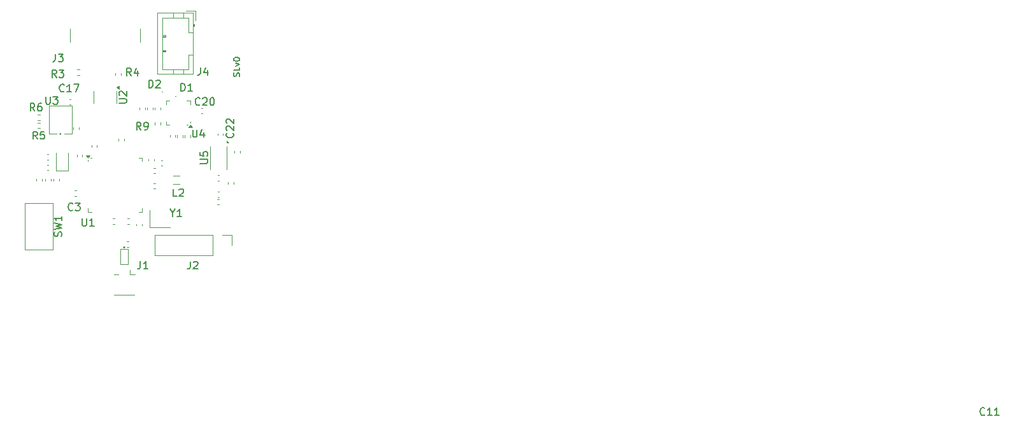
<source format=gbr>
%TF.GenerationSoftware,KiCad,Pcbnew,8.0.4*%
%TF.CreationDate,2024-11-22T16:24:22-05:00*%
%TF.ProjectId,stm32wb_base,73746d33-3277-4625-9f62-6173652e6b69,rev?*%
%TF.SameCoordinates,PX6422c40PY66c2270*%
%TF.FileFunction,Legend,Top*%
%TF.FilePolarity,Positive*%
%FSLAX46Y46*%
G04 Gerber Fmt 4.6, Leading zero omitted, Abs format (unit mm)*
G04 Created by KiCad (PCBNEW 8.0.4) date 2024-11-22 16:24:22*
%MOMM*%
%LPD*%
G01*
G04 APERTURE LIST*
%ADD10C,0.150000*%
%ADD11C,0.120000*%
%ADD12C,0.100000*%
G04 APERTURE END LIST*
D10*
X29206200Y30501065D02*
X29244295Y30615351D01*
X29244295Y30615351D02*
X29244295Y30805827D01*
X29244295Y30805827D02*
X29206200Y30882018D01*
X29206200Y30882018D02*
X29168104Y30920113D01*
X29168104Y30920113D02*
X29091914Y30958208D01*
X29091914Y30958208D02*
X29015723Y30958208D01*
X29015723Y30958208D02*
X28939533Y30920113D01*
X28939533Y30920113D02*
X28901438Y30882018D01*
X28901438Y30882018D02*
X28863342Y30805827D01*
X28863342Y30805827D02*
X28825247Y30653446D01*
X28825247Y30653446D02*
X28787152Y30577256D01*
X28787152Y30577256D02*
X28749057Y30539161D01*
X28749057Y30539161D02*
X28672866Y30501065D01*
X28672866Y30501065D02*
X28596676Y30501065D01*
X28596676Y30501065D02*
X28520485Y30539161D01*
X28520485Y30539161D02*
X28482390Y30577256D01*
X28482390Y30577256D02*
X28444295Y30653446D01*
X28444295Y30653446D02*
X28444295Y30843923D01*
X28444295Y30843923D02*
X28482390Y30958208D01*
X29244295Y31682018D02*
X29244295Y31301066D01*
X29244295Y31301066D02*
X28444295Y31301066D01*
X28710961Y31872494D02*
X29244295Y32062970D01*
X29244295Y32062970D02*
X28710961Y32253447D01*
X28444295Y32710590D02*
X28444295Y32786780D01*
X28444295Y32786780D02*
X28482390Y32862971D01*
X28482390Y32862971D02*
X28520485Y32901066D01*
X28520485Y32901066D02*
X28596676Y32939161D01*
X28596676Y32939161D02*
X28749057Y32977256D01*
X28749057Y32977256D02*
X28939533Y32977256D01*
X28939533Y32977256D02*
X29091914Y32939161D01*
X29091914Y32939161D02*
X29168104Y32901066D01*
X29168104Y32901066D02*
X29206200Y32862971D01*
X29206200Y32862971D02*
X29244295Y32786780D01*
X29244295Y32786780D02*
X29244295Y32710590D01*
X29244295Y32710590D02*
X29206200Y32634399D01*
X29206200Y32634399D02*
X29168104Y32596304D01*
X29168104Y32596304D02*
X29091914Y32558209D01*
X29091914Y32558209D02*
X28939533Y32520113D01*
X28939533Y32520113D02*
X28749057Y32520113D01*
X28749057Y32520113D02*
X28596676Y32558209D01*
X28596676Y32558209D02*
X28520485Y32596304D01*
X28520485Y32596304D02*
X28482390Y32634399D01*
X28482390Y32634399D02*
X28444295Y32710590D01*
X20348809Y12321372D02*
X20348809Y11845181D01*
X20015476Y12845181D02*
X20348809Y12321372D01*
X20348809Y12321372D02*
X20682142Y12845181D01*
X21539285Y11845181D02*
X20967857Y11845181D01*
X21253571Y11845181D02*
X21253571Y12845181D01*
X21253571Y12845181D02*
X21158333Y12702324D01*
X21158333Y12702324D02*
X21063095Y12607086D01*
X21063095Y12607086D02*
X20967857Y12559467D01*
X8338095Y11595181D02*
X8338095Y10785658D01*
X8338095Y10785658D02*
X8385714Y10690420D01*
X8385714Y10690420D02*
X8433333Y10642800D01*
X8433333Y10642800D02*
X8528571Y10595181D01*
X8528571Y10595181D02*
X8719047Y10595181D01*
X8719047Y10595181D02*
X8814285Y10642800D01*
X8814285Y10642800D02*
X8861904Y10690420D01*
X8861904Y10690420D02*
X8909523Y10785658D01*
X8909523Y10785658D02*
X8909523Y11595181D01*
X9909523Y10595181D02*
X9338095Y10595181D01*
X9623809Y10595181D02*
X9623809Y11595181D01*
X9623809Y11595181D02*
X9528571Y11452324D01*
X9528571Y11452324D02*
X9433333Y11357086D01*
X9433333Y11357086D02*
X9338095Y11309467D01*
X4766666Y33445181D02*
X4766666Y32730896D01*
X4766666Y32730896D02*
X4719047Y32588039D01*
X4719047Y32588039D02*
X4623809Y32492800D01*
X4623809Y32492800D02*
X4480952Y32445181D01*
X4480952Y32445181D02*
X4385714Y32445181D01*
X5147619Y33445181D02*
X5766666Y33445181D01*
X5766666Y33445181D02*
X5433333Y33064229D01*
X5433333Y33064229D02*
X5576190Y33064229D01*
X5576190Y33064229D02*
X5671428Y33016610D01*
X5671428Y33016610D02*
X5719047Y32968991D01*
X5719047Y32968991D02*
X5766666Y32873753D01*
X5766666Y32873753D02*
X5766666Y32635658D01*
X5766666Y32635658D02*
X5719047Y32540420D01*
X5719047Y32540420D02*
X5671428Y32492800D01*
X5671428Y32492800D02*
X5576190Y32445181D01*
X5576190Y32445181D02*
X5290476Y32445181D01*
X5290476Y32445181D02*
X5195238Y32492800D01*
X5195238Y32492800D02*
X5147619Y32540420D01*
X24004819Y18913096D02*
X24814342Y18913096D01*
X24814342Y18913096D02*
X24909580Y18960715D01*
X24909580Y18960715D02*
X24957200Y19008334D01*
X24957200Y19008334D02*
X25004819Y19103572D01*
X25004819Y19103572D02*
X25004819Y19294048D01*
X25004819Y19294048D02*
X24957200Y19389286D01*
X24957200Y19389286D02*
X24909580Y19436905D01*
X24909580Y19436905D02*
X24814342Y19484524D01*
X24814342Y19484524D02*
X24004819Y19484524D01*
X24004819Y20436905D02*
X24004819Y19960715D01*
X24004819Y19960715D02*
X24481009Y19913096D01*
X24481009Y19913096D02*
X24433390Y19960715D01*
X24433390Y19960715D02*
X24385771Y20055953D01*
X24385771Y20055953D02*
X24385771Y20294048D01*
X24385771Y20294048D02*
X24433390Y20389286D01*
X24433390Y20389286D02*
X24481009Y20436905D01*
X24481009Y20436905D02*
X24576247Y20484524D01*
X24576247Y20484524D02*
X24814342Y20484524D01*
X24814342Y20484524D02*
X24909580Y20436905D01*
X24909580Y20436905D02*
X24957200Y20389286D01*
X24957200Y20389286D02*
X25004819Y20294048D01*
X25004819Y20294048D02*
X25004819Y20055953D01*
X25004819Y20055953D02*
X24957200Y19960715D01*
X24957200Y19960715D02*
X24909580Y19913096D01*
X24066666Y31645181D02*
X24066666Y30930896D01*
X24066666Y30930896D02*
X24019047Y30788039D01*
X24019047Y30788039D02*
X23923809Y30692800D01*
X23923809Y30692800D02*
X23780952Y30645181D01*
X23780952Y30645181D02*
X23685714Y30645181D01*
X24971428Y31311848D02*
X24971428Y30645181D01*
X24733333Y31692800D02*
X24495238Y30978515D01*
X24495238Y30978515D02*
X25114285Y30978515D01*
X128322142Y-14484580D02*
X128274523Y-14532200D01*
X128274523Y-14532200D02*
X128131666Y-14579819D01*
X128131666Y-14579819D02*
X128036428Y-14579819D01*
X128036428Y-14579819D02*
X127893571Y-14532200D01*
X127893571Y-14532200D02*
X127798333Y-14436961D01*
X127798333Y-14436961D02*
X127750714Y-14341723D01*
X127750714Y-14341723D02*
X127703095Y-14151247D01*
X127703095Y-14151247D02*
X127703095Y-14008390D01*
X127703095Y-14008390D02*
X127750714Y-13817914D01*
X127750714Y-13817914D02*
X127798333Y-13722676D01*
X127798333Y-13722676D02*
X127893571Y-13627438D01*
X127893571Y-13627438D02*
X128036428Y-13579819D01*
X128036428Y-13579819D02*
X128131666Y-13579819D01*
X128131666Y-13579819D02*
X128274523Y-13627438D01*
X128274523Y-13627438D02*
X128322142Y-13675057D01*
X129274523Y-14579819D02*
X128703095Y-14579819D01*
X128988809Y-14579819D02*
X128988809Y-13579819D01*
X128988809Y-13579819D02*
X128893571Y-13722676D01*
X128893571Y-13722676D02*
X128798333Y-13817914D01*
X128798333Y-13817914D02*
X128703095Y-13865533D01*
X130226904Y-14579819D02*
X129655476Y-14579819D01*
X129941190Y-14579819D02*
X129941190Y-13579819D01*
X129941190Y-13579819D02*
X129845952Y-13722676D01*
X129845952Y-13722676D02*
X129750714Y-13817914D01*
X129750714Y-13817914D02*
X129655476Y-13865533D01*
X22691666Y5870181D02*
X22691666Y5155896D01*
X22691666Y5155896D02*
X22644047Y5013039D01*
X22644047Y5013039D02*
X22548809Y4917800D01*
X22548809Y4917800D02*
X22405952Y4870181D01*
X22405952Y4870181D02*
X22310714Y4870181D01*
X23120238Y5774943D02*
X23167857Y5822562D01*
X23167857Y5822562D02*
X23263095Y5870181D01*
X23263095Y5870181D02*
X23501190Y5870181D01*
X23501190Y5870181D02*
X23596428Y5822562D01*
X23596428Y5822562D02*
X23644047Y5774943D01*
X23644047Y5774943D02*
X23691666Y5679705D01*
X23691666Y5679705D02*
X23691666Y5584467D01*
X23691666Y5584467D02*
X23644047Y5441610D01*
X23644047Y5441610D02*
X23072619Y4870181D01*
X23072619Y4870181D02*
X23691666Y4870181D01*
X28359580Y22932143D02*
X28407200Y22884524D01*
X28407200Y22884524D02*
X28454819Y22741667D01*
X28454819Y22741667D02*
X28454819Y22646429D01*
X28454819Y22646429D02*
X28407200Y22503572D01*
X28407200Y22503572D02*
X28311961Y22408334D01*
X28311961Y22408334D02*
X28216723Y22360715D01*
X28216723Y22360715D02*
X28026247Y22313096D01*
X28026247Y22313096D02*
X27883390Y22313096D01*
X27883390Y22313096D02*
X27692914Y22360715D01*
X27692914Y22360715D02*
X27597676Y22408334D01*
X27597676Y22408334D02*
X27502438Y22503572D01*
X27502438Y22503572D02*
X27454819Y22646429D01*
X27454819Y22646429D02*
X27454819Y22741667D01*
X27454819Y22741667D02*
X27502438Y22884524D01*
X27502438Y22884524D02*
X27550057Y22932143D01*
X27550057Y23313096D02*
X27502438Y23360715D01*
X27502438Y23360715D02*
X27454819Y23455953D01*
X27454819Y23455953D02*
X27454819Y23694048D01*
X27454819Y23694048D02*
X27502438Y23789286D01*
X27502438Y23789286D02*
X27550057Y23836905D01*
X27550057Y23836905D02*
X27645295Y23884524D01*
X27645295Y23884524D02*
X27740533Y23884524D01*
X27740533Y23884524D02*
X27883390Y23836905D01*
X27883390Y23836905D02*
X28454819Y23265477D01*
X28454819Y23265477D02*
X28454819Y23884524D01*
X27550057Y24265477D02*
X27502438Y24313096D01*
X27502438Y24313096D02*
X27454819Y24408334D01*
X27454819Y24408334D02*
X27454819Y24646429D01*
X27454819Y24646429D02*
X27502438Y24741667D01*
X27502438Y24741667D02*
X27550057Y24789286D01*
X27550057Y24789286D02*
X27645295Y24836905D01*
X27645295Y24836905D02*
X27740533Y24836905D01*
X27740533Y24836905D02*
X27883390Y24789286D01*
X27883390Y24789286D02*
X28454819Y24217858D01*
X28454819Y24217858D02*
X28454819Y24836905D01*
X5557200Y9216668D02*
X5604819Y9359525D01*
X5604819Y9359525D02*
X5604819Y9597620D01*
X5604819Y9597620D02*
X5557200Y9692858D01*
X5557200Y9692858D02*
X5509580Y9740477D01*
X5509580Y9740477D02*
X5414342Y9788096D01*
X5414342Y9788096D02*
X5319104Y9788096D01*
X5319104Y9788096D02*
X5223866Y9740477D01*
X5223866Y9740477D02*
X5176247Y9692858D01*
X5176247Y9692858D02*
X5128628Y9597620D01*
X5128628Y9597620D02*
X5081009Y9407144D01*
X5081009Y9407144D02*
X5033390Y9311906D01*
X5033390Y9311906D02*
X4985771Y9264287D01*
X4985771Y9264287D02*
X4890533Y9216668D01*
X4890533Y9216668D02*
X4795295Y9216668D01*
X4795295Y9216668D02*
X4700057Y9264287D01*
X4700057Y9264287D02*
X4652438Y9311906D01*
X4652438Y9311906D02*
X4604819Y9407144D01*
X4604819Y9407144D02*
X4604819Y9645239D01*
X4604819Y9645239D02*
X4652438Y9788096D01*
X4604819Y10121430D02*
X5604819Y10359525D01*
X5604819Y10359525D02*
X4890533Y10550001D01*
X4890533Y10550001D02*
X5604819Y10740477D01*
X5604819Y10740477D02*
X4604819Y10978572D01*
X5604819Y11883334D02*
X5604819Y11311906D01*
X5604819Y11597620D02*
X4604819Y11597620D01*
X4604819Y11597620D02*
X4747676Y11502382D01*
X4747676Y11502382D02*
X4842914Y11407144D01*
X4842914Y11407144D02*
X4890533Y11311906D01*
X23982142Y26740420D02*
X23934523Y26692800D01*
X23934523Y26692800D02*
X23791666Y26645181D01*
X23791666Y26645181D02*
X23696428Y26645181D01*
X23696428Y26645181D02*
X23553571Y26692800D01*
X23553571Y26692800D02*
X23458333Y26788039D01*
X23458333Y26788039D02*
X23410714Y26883277D01*
X23410714Y26883277D02*
X23363095Y27073753D01*
X23363095Y27073753D02*
X23363095Y27216610D01*
X23363095Y27216610D02*
X23410714Y27407086D01*
X23410714Y27407086D02*
X23458333Y27502324D01*
X23458333Y27502324D02*
X23553571Y27597562D01*
X23553571Y27597562D02*
X23696428Y27645181D01*
X23696428Y27645181D02*
X23791666Y27645181D01*
X23791666Y27645181D02*
X23934523Y27597562D01*
X23934523Y27597562D02*
X23982142Y27549943D01*
X24363095Y27549943D02*
X24410714Y27597562D01*
X24410714Y27597562D02*
X24505952Y27645181D01*
X24505952Y27645181D02*
X24744047Y27645181D01*
X24744047Y27645181D02*
X24839285Y27597562D01*
X24839285Y27597562D02*
X24886904Y27549943D01*
X24886904Y27549943D02*
X24934523Y27454705D01*
X24934523Y27454705D02*
X24934523Y27359467D01*
X24934523Y27359467D02*
X24886904Y27216610D01*
X24886904Y27216610D02*
X24315476Y26645181D01*
X24315476Y26645181D02*
X24934523Y26645181D01*
X25553571Y27645181D02*
X25648809Y27645181D01*
X25648809Y27645181D02*
X25744047Y27597562D01*
X25744047Y27597562D02*
X25791666Y27549943D01*
X25791666Y27549943D02*
X25839285Y27454705D01*
X25839285Y27454705D02*
X25886904Y27264229D01*
X25886904Y27264229D02*
X25886904Y27026134D01*
X25886904Y27026134D02*
X25839285Y26835658D01*
X25839285Y26835658D02*
X25791666Y26740420D01*
X25791666Y26740420D02*
X25744047Y26692800D01*
X25744047Y26692800D02*
X25648809Y26645181D01*
X25648809Y26645181D02*
X25553571Y26645181D01*
X25553571Y26645181D02*
X25458333Y26692800D01*
X25458333Y26692800D02*
X25410714Y26740420D01*
X25410714Y26740420D02*
X25363095Y26835658D01*
X25363095Y26835658D02*
X25315476Y27026134D01*
X25315476Y27026134D02*
X25315476Y27264229D01*
X25315476Y27264229D02*
X25363095Y27454705D01*
X25363095Y27454705D02*
X25410714Y27549943D01*
X25410714Y27549943D02*
X25458333Y27597562D01*
X25458333Y27597562D02*
X25553571Y27645181D01*
X17186905Y28995181D02*
X17186905Y29995181D01*
X17186905Y29995181D02*
X17425000Y29995181D01*
X17425000Y29995181D02*
X17567857Y29947562D01*
X17567857Y29947562D02*
X17663095Y29852324D01*
X17663095Y29852324D02*
X17710714Y29757086D01*
X17710714Y29757086D02*
X17758333Y29566610D01*
X17758333Y29566610D02*
X17758333Y29423753D01*
X17758333Y29423753D02*
X17710714Y29233277D01*
X17710714Y29233277D02*
X17663095Y29138039D01*
X17663095Y29138039D02*
X17567857Y29042800D01*
X17567857Y29042800D02*
X17425000Y28995181D01*
X17425000Y28995181D02*
X17186905Y28995181D01*
X18139286Y29899943D02*
X18186905Y29947562D01*
X18186905Y29947562D02*
X18282143Y29995181D01*
X18282143Y29995181D02*
X18520238Y29995181D01*
X18520238Y29995181D02*
X18615476Y29947562D01*
X18615476Y29947562D02*
X18663095Y29899943D01*
X18663095Y29899943D02*
X18710714Y29804705D01*
X18710714Y29804705D02*
X18710714Y29709467D01*
X18710714Y29709467D02*
X18663095Y29566610D01*
X18663095Y29566610D02*
X18091667Y28995181D01*
X18091667Y28995181D02*
X18710714Y28995181D01*
X14858333Y30570181D02*
X14525000Y31046372D01*
X14286905Y30570181D02*
X14286905Y31570181D01*
X14286905Y31570181D02*
X14667857Y31570181D01*
X14667857Y31570181D02*
X14763095Y31522562D01*
X14763095Y31522562D02*
X14810714Y31474943D01*
X14810714Y31474943D02*
X14858333Y31379705D01*
X14858333Y31379705D02*
X14858333Y31236848D01*
X14858333Y31236848D02*
X14810714Y31141610D01*
X14810714Y31141610D02*
X14763095Y31093991D01*
X14763095Y31093991D02*
X14667857Y31046372D01*
X14667857Y31046372D02*
X14286905Y31046372D01*
X15715476Y31236848D02*
X15715476Y30570181D01*
X15477381Y31617800D02*
X15239286Y30903515D01*
X15239286Y30903515D02*
X15858333Y30903515D01*
X4908333Y30345181D02*
X4575000Y30821372D01*
X4336905Y30345181D02*
X4336905Y31345181D01*
X4336905Y31345181D02*
X4717857Y31345181D01*
X4717857Y31345181D02*
X4813095Y31297562D01*
X4813095Y31297562D02*
X4860714Y31249943D01*
X4860714Y31249943D02*
X4908333Y31154705D01*
X4908333Y31154705D02*
X4908333Y31011848D01*
X4908333Y31011848D02*
X4860714Y30916610D01*
X4860714Y30916610D02*
X4813095Y30868991D01*
X4813095Y30868991D02*
X4717857Y30821372D01*
X4717857Y30821372D02*
X4336905Y30821372D01*
X5241667Y31345181D02*
X5860714Y31345181D01*
X5860714Y31345181D02*
X5527381Y30964229D01*
X5527381Y30964229D02*
X5670238Y30964229D01*
X5670238Y30964229D02*
X5765476Y30916610D01*
X5765476Y30916610D02*
X5813095Y30868991D01*
X5813095Y30868991D02*
X5860714Y30773753D01*
X5860714Y30773753D02*
X5860714Y30535658D01*
X5860714Y30535658D02*
X5813095Y30440420D01*
X5813095Y30440420D02*
X5765476Y30392800D01*
X5765476Y30392800D02*
X5670238Y30345181D01*
X5670238Y30345181D02*
X5384524Y30345181D01*
X5384524Y30345181D02*
X5289286Y30392800D01*
X5289286Y30392800D02*
X5241667Y30440420D01*
X2358333Y22145181D02*
X2025000Y22621372D01*
X1786905Y22145181D02*
X1786905Y23145181D01*
X1786905Y23145181D02*
X2167857Y23145181D01*
X2167857Y23145181D02*
X2263095Y23097562D01*
X2263095Y23097562D02*
X2310714Y23049943D01*
X2310714Y23049943D02*
X2358333Y22954705D01*
X2358333Y22954705D02*
X2358333Y22811848D01*
X2358333Y22811848D02*
X2310714Y22716610D01*
X2310714Y22716610D02*
X2263095Y22668991D01*
X2263095Y22668991D02*
X2167857Y22621372D01*
X2167857Y22621372D02*
X1786905Y22621372D01*
X3263095Y23145181D02*
X2786905Y23145181D01*
X2786905Y23145181D02*
X2739286Y22668991D01*
X2739286Y22668991D02*
X2786905Y22716610D01*
X2786905Y22716610D02*
X2882143Y22764229D01*
X2882143Y22764229D02*
X3120238Y22764229D01*
X3120238Y22764229D02*
X3215476Y22716610D01*
X3215476Y22716610D02*
X3263095Y22668991D01*
X3263095Y22668991D02*
X3310714Y22573753D01*
X3310714Y22573753D02*
X3310714Y22335658D01*
X3310714Y22335658D02*
X3263095Y22240420D01*
X3263095Y22240420D02*
X3215476Y22192800D01*
X3215476Y22192800D02*
X3120238Y22145181D01*
X3120238Y22145181D02*
X2882143Y22145181D01*
X2882143Y22145181D02*
X2786905Y22192800D01*
X2786905Y22192800D02*
X2739286Y22240420D01*
X2008333Y25895181D02*
X1675000Y26371372D01*
X1436905Y25895181D02*
X1436905Y26895181D01*
X1436905Y26895181D02*
X1817857Y26895181D01*
X1817857Y26895181D02*
X1913095Y26847562D01*
X1913095Y26847562D02*
X1960714Y26799943D01*
X1960714Y26799943D02*
X2008333Y26704705D01*
X2008333Y26704705D02*
X2008333Y26561848D01*
X2008333Y26561848D02*
X1960714Y26466610D01*
X1960714Y26466610D02*
X1913095Y26418991D01*
X1913095Y26418991D02*
X1817857Y26371372D01*
X1817857Y26371372D02*
X1436905Y26371372D01*
X2865476Y26895181D02*
X2675000Y26895181D01*
X2675000Y26895181D02*
X2579762Y26847562D01*
X2579762Y26847562D02*
X2532143Y26799943D01*
X2532143Y26799943D02*
X2436905Y26657086D01*
X2436905Y26657086D02*
X2389286Y26466610D01*
X2389286Y26466610D02*
X2389286Y26085658D01*
X2389286Y26085658D02*
X2436905Y25990420D01*
X2436905Y25990420D02*
X2484524Y25942800D01*
X2484524Y25942800D02*
X2579762Y25895181D01*
X2579762Y25895181D02*
X2770238Y25895181D01*
X2770238Y25895181D02*
X2865476Y25942800D01*
X2865476Y25942800D02*
X2913095Y25990420D01*
X2913095Y25990420D02*
X2960714Y26085658D01*
X2960714Y26085658D02*
X2960714Y26323753D01*
X2960714Y26323753D02*
X2913095Y26418991D01*
X2913095Y26418991D02*
X2865476Y26466610D01*
X2865476Y26466610D02*
X2770238Y26514229D01*
X2770238Y26514229D02*
X2579762Y26514229D01*
X2579762Y26514229D02*
X2484524Y26466610D01*
X2484524Y26466610D02*
X2436905Y26418991D01*
X2436905Y26418991D02*
X2389286Y26323753D01*
X21461905Y28545181D02*
X21461905Y29545181D01*
X21461905Y29545181D02*
X21700000Y29545181D01*
X21700000Y29545181D02*
X21842857Y29497562D01*
X21842857Y29497562D02*
X21938095Y29402324D01*
X21938095Y29402324D02*
X21985714Y29307086D01*
X21985714Y29307086D02*
X22033333Y29116610D01*
X22033333Y29116610D02*
X22033333Y28973753D01*
X22033333Y28973753D02*
X21985714Y28783277D01*
X21985714Y28783277D02*
X21938095Y28688039D01*
X21938095Y28688039D02*
X21842857Y28592800D01*
X21842857Y28592800D02*
X21700000Y28545181D01*
X21700000Y28545181D02*
X21461905Y28545181D01*
X22985714Y28545181D02*
X22414286Y28545181D01*
X22700000Y28545181D02*
X22700000Y29545181D01*
X22700000Y29545181D02*
X22604762Y29402324D01*
X22604762Y29402324D02*
X22509524Y29307086D01*
X22509524Y29307086D02*
X22414286Y29259467D01*
X7083333Y12740420D02*
X7035714Y12692800D01*
X7035714Y12692800D02*
X6892857Y12645181D01*
X6892857Y12645181D02*
X6797619Y12645181D01*
X6797619Y12645181D02*
X6654762Y12692800D01*
X6654762Y12692800D02*
X6559524Y12788039D01*
X6559524Y12788039D02*
X6511905Y12883277D01*
X6511905Y12883277D02*
X6464286Y13073753D01*
X6464286Y13073753D02*
X6464286Y13216610D01*
X6464286Y13216610D02*
X6511905Y13407086D01*
X6511905Y13407086D02*
X6559524Y13502324D01*
X6559524Y13502324D02*
X6654762Y13597562D01*
X6654762Y13597562D02*
X6797619Y13645181D01*
X6797619Y13645181D02*
X6892857Y13645181D01*
X6892857Y13645181D02*
X7035714Y13597562D01*
X7035714Y13597562D02*
X7083333Y13549943D01*
X7416667Y13645181D02*
X8035714Y13645181D01*
X8035714Y13645181D02*
X7702381Y13264229D01*
X7702381Y13264229D02*
X7845238Y13264229D01*
X7845238Y13264229D02*
X7940476Y13216610D01*
X7940476Y13216610D02*
X7988095Y13168991D01*
X7988095Y13168991D02*
X8035714Y13073753D01*
X8035714Y13073753D02*
X8035714Y12835658D01*
X8035714Y12835658D02*
X7988095Y12740420D01*
X7988095Y12740420D02*
X7940476Y12692800D01*
X7940476Y12692800D02*
X7845238Y12645181D01*
X7845238Y12645181D02*
X7559524Y12645181D01*
X7559524Y12645181D02*
X7464286Y12692800D01*
X7464286Y12692800D02*
X7416667Y12740420D01*
X20933333Y14520181D02*
X20457143Y14520181D01*
X20457143Y14520181D02*
X20457143Y15520181D01*
X21219048Y15424943D02*
X21266667Y15472562D01*
X21266667Y15472562D02*
X21361905Y15520181D01*
X21361905Y15520181D02*
X21600000Y15520181D01*
X21600000Y15520181D02*
X21695238Y15472562D01*
X21695238Y15472562D02*
X21742857Y15424943D01*
X21742857Y15424943D02*
X21790476Y15329705D01*
X21790476Y15329705D02*
X21790476Y15234467D01*
X21790476Y15234467D02*
X21742857Y15091610D01*
X21742857Y15091610D02*
X21171429Y14520181D01*
X21171429Y14520181D02*
X21790476Y14520181D01*
X5932142Y28515420D02*
X5884523Y28467800D01*
X5884523Y28467800D02*
X5741666Y28420181D01*
X5741666Y28420181D02*
X5646428Y28420181D01*
X5646428Y28420181D02*
X5503571Y28467800D01*
X5503571Y28467800D02*
X5408333Y28563039D01*
X5408333Y28563039D02*
X5360714Y28658277D01*
X5360714Y28658277D02*
X5313095Y28848753D01*
X5313095Y28848753D02*
X5313095Y28991610D01*
X5313095Y28991610D02*
X5360714Y29182086D01*
X5360714Y29182086D02*
X5408333Y29277324D01*
X5408333Y29277324D02*
X5503571Y29372562D01*
X5503571Y29372562D02*
X5646428Y29420181D01*
X5646428Y29420181D02*
X5741666Y29420181D01*
X5741666Y29420181D02*
X5884523Y29372562D01*
X5884523Y29372562D02*
X5932142Y29324943D01*
X6884523Y28420181D02*
X6313095Y28420181D01*
X6598809Y28420181D02*
X6598809Y29420181D01*
X6598809Y29420181D02*
X6503571Y29277324D01*
X6503571Y29277324D02*
X6408333Y29182086D01*
X6408333Y29182086D02*
X6313095Y29134467D01*
X7217857Y29420181D02*
X7884523Y29420181D01*
X7884523Y29420181D02*
X7455952Y28420181D01*
X23013095Y23395181D02*
X23013095Y22585658D01*
X23013095Y22585658D02*
X23060714Y22490420D01*
X23060714Y22490420D02*
X23108333Y22442800D01*
X23108333Y22442800D02*
X23203571Y22395181D01*
X23203571Y22395181D02*
X23394047Y22395181D01*
X23394047Y22395181D02*
X23489285Y22442800D01*
X23489285Y22442800D02*
X23536904Y22490420D01*
X23536904Y22490420D02*
X23584523Y22585658D01*
X23584523Y22585658D02*
X23584523Y23395181D01*
X24489285Y23061848D02*
X24489285Y22395181D01*
X24251190Y23442800D02*
X24013095Y22728515D01*
X24013095Y22728515D02*
X24632142Y22728515D01*
X13217319Y26938096D02*
X14026842Y26938096D01*
X14026842Y26938096D02*
X14122080Y26985715D01*
X14122080Y26985715D02*
X14169700Y27033334D01*
X14169700Y27033334D02*
X14217319Y27128572D01*
X14217319Y27128572D02*
X14217319Y27319048D01*
X14217319Y27319048D02*
X14169700Y27414286D01*
X14169700Y27414286D02*
X14122080Y27461905D01*
X14122080Y27461905D02*
X14026842Y27509524D01*
X14026842Y27509524D02*
X13217319Y27509524D01*
X13312557Y27938096D02*
X13264938Y27985715D01*
X13264938Y27985715D02*
X13217319Y28080953D01*
X13217319Y28080953D02*
X13217319Y28319048D01*
X13217319Y28319048D02*
X13264938Y28414286D01*
X13264938Y28414286D02*
X13312557Y28461905D01*
X13312557Y28461905D02*
X13407795Y28509524D01*
X13407795Y28509524D02*
X13503033Y28509524D01*
X13503033Y28509524D02*
X13645890Y28461905D01*
X13645890Y28461905D02*
X14217319Y27890477D01*
X14217319Y27890477D02*
X14217319Y28509524D01*
X16133333Y23370181D02*
X15800000Y23846372D01*
X15561905Y23370181D02*
X15561905Y24370181D01*
X15561905Y24370181D02*
X15942857Y24370181D01*
X15942857Y24370181D02*
X16038095Y24322562D01*
X16038095Y24322562D02*
X16085714Y24274943D01*
X16085714Y24274943D02*
X16133333Y24179705D01*
X16133333Y24179705D02*
X16133333Y24036848D01*
X16133333Y24036848D02*
X16085714Y23941610D01*
X16085714Y23941610D02*
X16038095Y23893991D01*
X16038095Y23893991D02*
X15942857Y23846372D01*
X15942857Y23846372D02*
X15561905Y23846372D01*
X16609524Y23370181D02*
X16800000Y23370181D01*
X16800000Y23370181D02*
X16895238Y23417800D01*
X16895238Y23417800D02*
X16942857Y23465420D01*
X16942857Y23465420D02*
X17038095Y23608277D01*
X17038095Y23608277D02*
X17085714Y23798753D01*
X17085714Y23798753D02*
X17085714Y24179705D01*
X17085714Y24179705D02*
X17038095Y24274943D01*
X17038095Y24274943D02*
X16990476Y24322562D01*
X16990476Y24322562D02*
X16895238Y24370181D01*
X16895238Y24370181D02*
X16704762Y24370181D01*
X16704762Y24370181D02*
X16609524Y24322562D01*
X16609524Y24322562D02*
X16561905Y24274943D01*
X16561905Y24274943D02*
X16514286Y24179705D01*
X16514286Y24179705D02*
X16514286Y23941610D01*
X16514286Y23941610D02*
X16561905Y23846372D01*
X16561905Y23846372D02*
X16609524Y23798753D01*
X16609524Y23798753D02*
X16704762Y23751134D01*
X16704762Y23751134D02*
X16895238Y23751134D01*
X16895238Y23751134D02*
X16990476Y23798753D01*
X16990476Y23798753D02*
X17038095Y23846372D01*
X17038095Y23846372D02*
X17085714Y23941610D01*
X16066666Y5895181D02*
X16066666Y5180896D01*
X16066666Y5180896D02*
X16019047Y5038039D01*
X16019047Y5038039D02*
X15923809Y4942800D01*
X15923809Y4942800D02*
X15780952Y4895181D01*
X15780952Y4895181D02*
X15685714Y4895181D01*
X17066666Y4895181D02*
X16495238Y4895181D01*
X16780952Y4895181D02*
X16780952Y5895181D01*
X16780952Y5895181D02*
X16685714Y5752324D01*
X16685714Y5752324D02*
X16590476Y5657086D01*
X16590476Y5657086D02*
X16495238Y5609467D01*
X3513095Y27795181D02*
X3513095Y26985658D01*
X3513095Y26985658D02*
X3560714Y26890420D01*
X3560714Y26890420D02*
X3608333Y26842800D01*
X3608333Y26842800D02*
X3703571Y26795181D01*
X3703571Y26795181D02*
X3894047Y26795181D01*
X3894047Y26795181D02*
X3989285Y26842800D01*
X3989285Y26842800D02*
X4036904Y26890420D01*
X4036904Y26890420D02*
X4084523Y26985658D01*
X4084523Y26985658D02*
X4084523Y27795181D01*
X4465476Y27795181D02*
X5084523Y27795181D01*
X5084523Y27795181D02*
X4751190Y27414229D01*
X4751190Y27414229D02*
X4894047Y27414229D01*
X4894047Y27414229D02*
X4989285Y27366610D01*
X4989285Y27366610D02*
X5036904Y27318991D01*
X5036904Y27318991D02*
X5084523Y27223753D01*
X5084523Y27223753D02*
X5084523Y26985658D01*
X5084523Y26985658D02*
X5036904Y26890420D01*
X5036904Y26890420D02*
X4989285Y26842800D01*
X4989285Y26842800D02*
X4894047Y26795181D01*
X4894047Y26795181D02*
X4608333Y26795181D01*
X4608333Y26795181D02*
X4513095Y26842800D01*
X4513095Y26842800D02*
X4465476Y26890420D01*
D11*
%TO.C,Y1*%
X17300000Y12680000D02*
X17300000Y10380000D01*
X17300000Y10380000D02*
X20000000Y10380000D01*
%TO.C,Y2*%
X4880000Y17930000D02*
X6480000Y17930000D01*
X6480000Y17930000D02*
X6480000Y20330000D01*
X4880000Y20330000D02*
X4880000Y17930000D01*
%TO.C,U1*%
X9090000Y19185000D02*
X9090000Y19420000D01*
X9090000Y12440000D02*
X9090000Y12915000D01*
X9565000Y19660000D02*
X9390000Y19660000D01*
X9565000Y12440000D02*
X9090000Y12440000D01*
X15835000Y19660000D02*
X16310000Y19660000D01*
X15835000Y12440000D02*
X16310000Y12440000D01*
X16310000Y19660000D02*
X16310000Y19185000D01*
X16310000Y12440000D02*
X16310000Y12915000D01*
X9090000Y19660000D02*
X8850000Y19990000D01*
X9330000Y19990000D01*
X9090000Y19660000D01*
G36*
X9090000Y19660000D02*
G01*
X8850000Y19990000D01*
X9330000Y19990000D01*
X9090000Y19660000D01*
G37*
%TO.C,R11*%
X20950000Y22341359D02*
X20950000Y22648641D01*
X21710000Y22341359D02*
X21710000Y22648641D01*
%TO.C,J3*%
X16030000Y36790000D02*
X16030000Y35090000D01*
X6690000Y36790000D02*
X6690000Y35090000D01*
%TO.C,U5*%
X25327500Y21152500D02*
X25327500Y18152500D01*
X27547500Y21152500D02*
X27547500Y18152500D01*
X27807500Y21662500D02*
X27527500Y21662500D01*
X27527500Y21942500D01*
X27807500Y21662500D01*
G36*
X27807500Y21662500D02*
G01*
X27527500Y21662500D01*
X27527500Y21942500D01*
X27807500Y21662500D01*
G37*
%TO.C,R12*%
X27720000Y16453641D02*
X27720000Y16146359D01*
X28480000Y16453641D02*
X28480000Y16146359D01*
%TO.C,C1*%
X26507836Y14150000D02*
X26292164Y14150000D01*
X26507836Y13430000D02*
X26292164Y13430000D01*
%TO.C,J4*%
X18340000Y38910000D02*
X18340000Y30790000D01*
X18340000Y30790000D02*
X23060000Y30790000D01*
X18950000Y38300000D02*
X18950000Y31400000D01*
X18950000Y35950000D02*
X19450000Y35950000D01*
X18950000Y35850000D02*
X19450000Y35850000D01*
X18950000Y33950000D02*
X19450000Y33950000D01*
X18950000Y33850000D02*
X19450000Y33850000D01*
X18950000Y31400000D02*
X22450000Y31400000D01*
X19450000Y35950000D02*
X19450000Y35750000D01*
X19450000Y35750000D02*
X18950000Y35750000D01*
X19450000Y33950000D02*
X19450000Y33750000D01*
X19450000Y33750000D02*
X18950000Y33750000D01*
X20450000Y38910000D02*
X20450000Y38300000D01*
X20450000Y30790000D02*
X20450000Y31400000D01*
X21750000Y38910000D02*
X21750000Y38300000D01*
X21750000Y30790000D02*
X21750000Y31400000D01*
X22450000Y38300000D02*
X18950000Y38300000D01*
X22450000Y36350000D02*
X22450000Y38300000D01*
X22450000Y33350000D02*
X23060000Y33350000D01*
X22450000Y31400000D02*
X22450000Y33350000D01*
X23060000Y38910000D02*
X18340000Y38910000D01*
X23060000Y37150000D02*
X23260000Y37150000D01*
X23060000Y36350000D02*
X22450000Y36350000D01*
X23060000Y30790000D02*
X23060000Y38910000D01*
X23160000Y37150000D02*
X23160000Y37450000D01*
X23260000Y37450000D02*
X23060000Y37450000D01*
X23260000Y37150000D02*
X23260000Y37450000D01*
X23360000Y39210000D02*
X22110000Y39210000D01*
X23360000Y37960000D02*
X23360000Y39210000D01*
%TO.C,C16*%
X4515000Y16807836D02*
X4515000Y16592164D01*
X5235000Y16807836D02*
X5235000Y16592164D01*
%TO.C,C11*%
X18057836Y16270000D02*
X17842164Y16270000D01*
X18057836Y15550000D02*
X17842164Y15550000D01*
%TO.C,FLT1*%
D10*
X13985000Y7767500D02*
G75*
G02*
X13835000Y7767500I-75000J0D01*
G01*
X13835000Y7767500D02*
G75*
G02*
X13985000Y7767500I75000J0D01*
G01*
D12*
X14410000Y7517500D02*
X13410000Y7517500D01*
X13410000Y5517500D01*
X14410000Y5517500D01*
X14410000Y7517500D01*
D11*
%TO.C,J2*%
X17975000Y9380000D02*
X17975000Y6720000D01*
X25655000Y9380000D02*
X17975000Y9380000D01*
X25655000Y9380000D02*
X25655000Y6720000D01*
X25655000Y6720000D02*
X17975000Y6720000D01*
X26925000Y9380000D02*
X28255000Y9380000D01*
X28255000Y9380000D02*
X28255000Y8050000D01*
%TO.C,C22*%
X26340000Y22662164D02*
X26340000Y22877836D01*
X27060000Y22662164D02*
X27060000Y22877836D01*
%TO.C,C2*%
X13165000Y21947164D02*
X13165000Y22162836D01*
X13885000Y21947164D02*
X13885000Y22162836D01*
%TO.C,R7*%
X17950000Y26051359D02*
X17950000Y26358641D01*
X18710000Y26051359D02*
X18710000Y26358641D01*
%TO.C,SW1*%
X700000Y13610000D02*
X4400000Y13610000D01*
X700000Y7490000D02*
X700000Y13610000D01*
X4400000Y13610000D02*
X4400000Y7490000D01*
X4400000Y7490000D02*
X700000Y7490000D01*
%TO.C,C20*%
X24142164Y26265000D02*
X24357836Y26265000D01*
X24142164Y25545000D02*
X24357836Y25545000D01*
D12*
%TO.C,D2*%
X19055000Y28405000D02*
G75*
G02*
X18955000Y28405000I-50000J0D01*
G01*
X18955000Y28405000D02*
G75*
G02*
X19055000Y28405000I50000J0D01*
G01*
D11*
%TO.C,R13*%
X28570000Y20296359D02*
X28570000Y20603641D01*
X29330000Y20296359D02*
X29330000Y20603641D01*
%TO.C,C6*%
X12597836Y11590000D02*
X12382164Y11590000D01*
X12597836Y10870000D02*
X12382164Y10870000D01*
%TO.C,R4*%
X12720000Y30943641D02*
X12720000Y30636359D01*
X13480000Y30943641D02*
X13480000Y30636359D01*
%TO.C,R3*%
X7973641Y31430000D02*
X7666359Y31430000D01*
X7973641Y30670000D02*
X7666359Y30670000D01*
%TO.C,R5*%
X2403459Y24340000D02*
X2710741Y24340000D01*
X2403459Y23580000D02*
X2710741Y23580000D01*
%TO.C,C25*%
X26312164Y17350000D02*
X26527836Y17350000D01*
X26312164Y16630000D02*
X26527836Y16630000D01*
%TO.C,R1*%
X3395000Y16873641D02*
X3395000Y16566359D01*
X4155000Y16873641D02*
X4155000Y16566359D01*
%TO.C,C9*%
X18812164Y19310000D02*
X19027836Y19310000D01*
X18812164Y18590000D02*
X19027836Y18590000D01*
%TO.C,C18*%
X7167100Y23687836D02*
X7167100Y23472164D01*
X7887100Y23687836D02*
X7887100Y23472164D01*
%TO.C,C14*%
X14332164Y11580000D02*
X14547836Y11580000D01*
X14332164Y10860000D02*
X14547836Y10860000D01*
%TO.C,C21*%
X19970000Y22692836D02*
X19970000Y22477164D01*
X20690000Y22692836D02*
X20690000Y22477164D01*
%TO.C,C10*%
X17822164Y18320000D02*
X18037836Y18320000D01*
X17822164Y17600000D02*
X18037836Y17600000D01*
%TO.C,R6*%
X2403459Y25390000D02*
X2710741Y25390000D01*
X2403459Y24630000D02*
X2710741Y24630000D01*
D12*
%TO.C,D1*%
X20780000Y27800000D02*
G75*
G02*
X20680000Y27800000I-50000J0D01*
G01*
X20680000Y27800000D02*
G75*
G02*
X20780000Y27800000I50000J0D01*
G01*
D11*
%TO.C,C3*%
X7537836Y15320000D02*
X7322164Y15320000D01*
X7537836Y14600000D02*
X7322164Y14600000D01*
%TO.C,C13*%
X3867836Y20140000D02*
X3652164Y20140000D01*
X3867836Y19420000D02*
X3652164Y19420000D01*
%TO.C,L2*%
X20457878Y17285000D02*
X21257122Y17285000D01*
X20457878Y16165000D02*
X21257122Y16165000D01*
%TO.C,C15*%
X14282164Y8510000D02*
X14497836Y8510000D01*
X14282164Y7790000D02*
X14497836Y7790000D01*
%TO.C,C17*%
X6619264Y27470000D02*
X6834936Y27470000D01*
X6619264Y26750000D02*
X6834936Y26750000D01*
%TO.C,U4*%
X19470000Y27252500D02*
X19470000Y26777500D01*
X19470000Y24032500D02*
X19470000Y24507500D01*
X19945000Y27252500D02*
X19470000Y27252500D01*
X19945000Y24032500D02*
X19470000Y24032500D01*
X22215000Y27252500D02*
X22690000Y27252500D01*
X22215000Y24032500D02*
X22390000Y24032500D01*
X22690000Y27252500D02*
X22690000Y26777500D01*
X22690000Y24507500D02*
X22690000Y24272500D01*
X22930000Y23702500D02*
X22450000Y23702500D01*
X22690000Y24032500D01*
X22930000Y23702500D01*
G36*
X22930000Y23702500D02*
G01*
X22450000Y23702500D01*
X22690000Y24032500D01*
X22930000Y23702500D01*
G37*
%TO.C,C4*%
X10300000Y21092164D02*
X10300000Y21307836D01*
X9580000Y21092164D02*
X9580000Y21307836D01*
%TO.C,U2*%
X9802500Y27700000D02*
X9802500Y28500000D01*
X9802500Y27700000D02*
X9802500Y26900000D01*
X12922500Y27700000D02*
X12922500Y28500000D01*
X12922500Y27700000D02*
X12922500Y26900000D01*
X13202500Y28760000D02*
X12872500Y29000000D01*
X13202500Y29240000D01*
X13202500Y28760000D01*
G36*
X13202500Y28760000D02*
G01*
X12872500Y29000000D01*
X13202500Y29240000D01*
X13202500Y28760000D01*
G37*
%TO.C,R9*%
X17950000Y24348641D02*
X17950000Y24041359D01*
X18710000Y24348641D02*
X18710000Y24041359D01*
%TO.C,C5*%
X17130000Y19292164D02*
X17130000Y19507836D01*
X17850000Y19292164D02*
X17850000Y19507836D01*
%TO.C,C19*%
X15970000Y26097164D02*
X15970000Y26312836D01*
X16690000Y26097164D02*
X16690000Y26312836D01*
%TO.C,R2*%
X2235000Y16873641D02*
X2235000Y16566359D01*
X2995000Y16873641D02*
X2995000Y16566359D01*
%TO.C,C8*%
X15540000Y10877836D02*
X15540000Y10662164D01*
X16260000Y10877836D02*
X16260000Y10662164D01*
%TO.C,J1*%
X15345000Y4150000D02*
X14705000Y4150000D01*
X15295000Y1430000D02*
X12595000Y1430000D01*
X14705000Y4150000D02*
X14705000Y4780000D01*
X12545000Y4150000D02*
X13185000Y4150000D01*
%TO.C,C24*%
X26527836Y15150000D02*
X26312164Y15150000D01*
X26527836Y14430000D02*
X26312164Y14430000D01*
%TO.C,R10*%
X21940000Y22351359D02*
X21940000Y22658641D01*
X22700000Y22351359D02*
X22700000Y22658641D01*
D12*
%TO.C,U3*%
X3927100Y26550000D02*
X6927100Y26550000D01*
X3927100Y22950000D02*
X3927100Y26550000D01*
X3927100Y22950000D02*
X3927100Y22850000D01*
X3927100Y22850000D02*
X4927100Y22850000D01*
X6927100Y26550000D02*
X6927100Y22850000D01*
X6927100Y22850000D02*
X5927100Y22850000D01*
D10*
X5502100Y22850000D02*
G75*
G02*
X5352100Y22850000I-75000J0D01*
G01*
X5352100Y22850000D02*
G75*
G02*
X5502100Y22850000I75000J0D01*
G01*
D11*
%TO.C,C12*%
X3857836Y18720000D02*
X3642164Y18720000D01*
X3857836Y18000000D02*
X3642164Y18000000D01*
%TO.C,C7*%
X7620000Y19832164D02*
X7620000Y20047836D01*
X8340000Y19832164D02*
X8340000Y20047836D01*
%TO.C,R8*%
X16950000Y26041359D02*
X16950000Y26348641D01*
X17710000Y26041359D02*
X17710000Y26348641D01*
%TD*%
M02*

</source>
